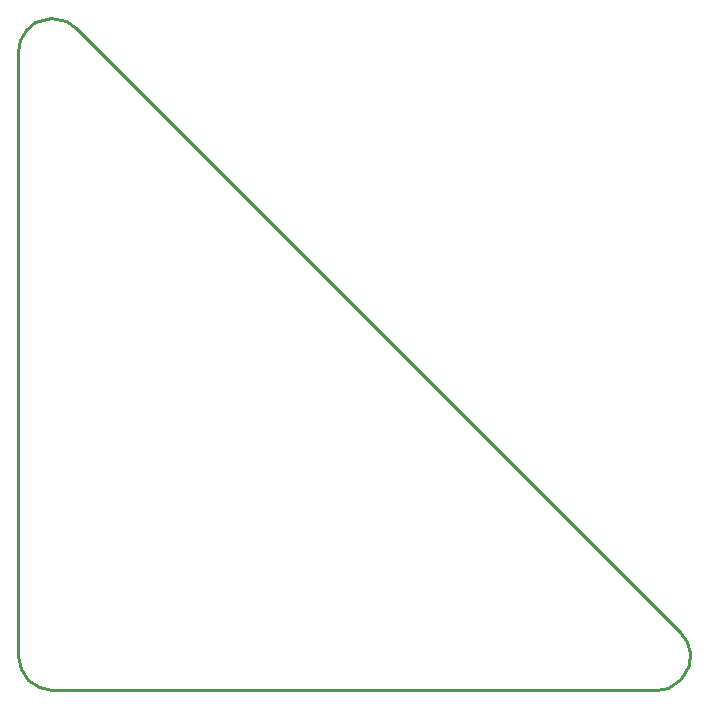
<source format=gko>
G04 Layer: BoardOutlineLayer*
G04 EasyEDA v6.5.34, 2023-08-29 15:51:40*
G04 c19b9e491f004e949dcb7f38ecc8bf32,24d7ea87aaaa49e9b18beb810eddf566,10*
G04 Gerber Generator version 0.2*
G04 Scale: 100 percent, Rotated: No, Reflected: No *
G04 Dimensions in millimeters *
G04 leading zeros omitted , absolute positions ,4 integer and 5 decimal *
%FSLAX45Y45*%
%MOMM*%

%ADD10C,0.2540*%
D10*
X-896086Y-2008987D02*
G01*
X-805916Y-2069947D01*
X-695426Y-2092299D01*
X4423435Y-2092299D01*
X4523765Y-2075027D01*
X4631461Y-2003145D01*
X4697247Y-1884019D01*
X4707915Y-1784959D01*
X4683023Y-1690725D01*
X4624095Y-1607667D01*
X2613685Y402488D01*
X-494766Y3511194D01*
X-577824Y3570122D01*
X-704824Y3595268D01*
X-835634Y3557676D01*
X-913104Y3494938D01*
X-962126Y3410864D01*
X-979398Y3310534D01*
X-979398Y-1808327D01*
X-957046Y-1918817D01*
X-896086Y-2008987D01*

%LPD*%
M02*

</source>
